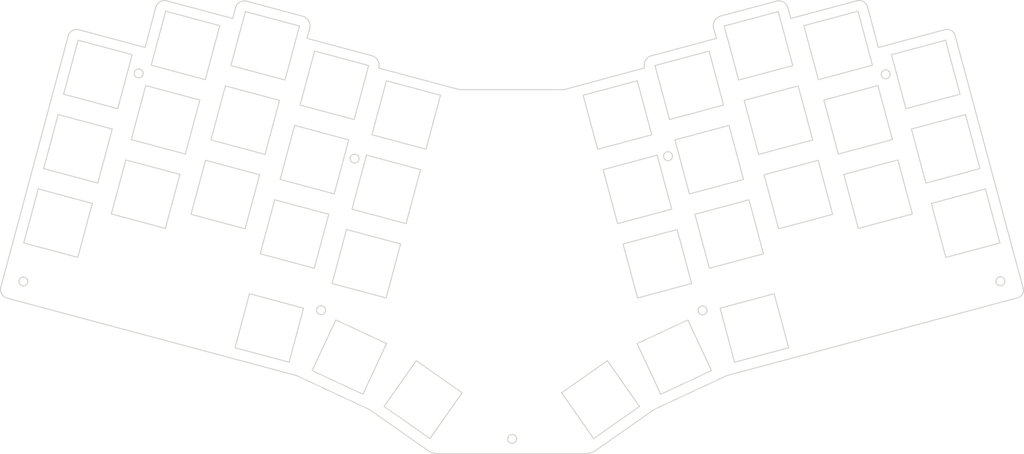
<source format=kicad_pcb>
(kicad_pcb (version 20171130) (host pcbnew "(5.1.10)-1")

  (general
    (thickness 1.6)
    (drawings 258)
    (tracks 0)
    (zones 0)
    (modules 0)
    (nets 1)
  )

  (page A4)
  (layers
    (0 F.Cu signal)
    (31 B.Cu signal)
    (32 B.Adhes user)
    (33 F.Adhes user)
    (34 B.Paste user)
    (35 F.Paste user)
    (36 B.SilkS user)
    (37 F.SilkS user)
    (38 B.Mask user)
    (39 F.Mask user)
    (40 Dwgs.User user)
    (41 Cmts.User user)
    (42 Eco1.User user)
    (43 Eco2.User user)
    (44 Edge.Cuts user)
    (45 Margin user)
    (46 B.CrtYd user)
    (47 F.CrtYd user)
    (48 B.Fab user)
    (49 F.Fab user)
  )

  (setup
    (last_trace_width 0.254)
    (trace_clearance 0.2)
    (zone_clearance 0.508)
    (zone_45_only no)
    (trace_min 0.2)
    (via_size 0.8)
    (via_drill 0.4)
    (via_min_size 0.4)
    (via_min_drill 0.3)
    (uvia_size 0.3)
    (uvia_drill 0.1)
    (uvias_allowed no)
    (uvia_min_size 0.2)
    (uvia_min_drill 0.1)
    (edge_width 0.05)
    (segment_width 0.2)
    (pcb_text_width 0.3)
    (pcb_text_size 1.5 1.5)
    (mod_edge_width 0.12)
    (mod_text_size 1 1)
    (mod_text_width 0.15)
    (pad_size 1.524 1.524)
    (pad_drill 0.762)
    (pad_to_mask_clearance 0)
    (aux_axis_origin 0 0)
    (visible_elements 7FFFFFFF)
    (pcbplotparams
      (layerselection 0x010fc_ffffffff)
      (usegerberextensions false)
      (usegerberattributes true)
      (usegerberadvancedattributes true)
      (creategerberjobfile true)
      (excludeedgelayer true)
      (linewidth 0.100000)
      (plotframeref false)
      (viasonmask false)
      (mode 1)
      (useauxorigin false)
      (hpglpennumber 1)
      (hpglpenspeed 20)
      (hpglpendiameter 15.000000)
      (psnegative false)
      (psa4output false)
      (plotreference true)
      (plotvalue true)
      (plotinvisibletext false)
      (padsonsilk false)
      (subtractmaskfromsilk false)
      (outputformat 1)
      (mirror false)
      (drillshape 0)
      (scaleselection 1)
      (outputdirectory "gerbers/"))
  )

  (net 0 "")

  (net_class Default "This is the default net class."
    (clearance 0.2)
    (trace_width 0.254)
    (via_dia 0.8)
    (via_drill 0.4)
    (uvia_dia 0.3)
    (uvia_drill 0.1)
  )

  (net_class Power ""
    (clearance 0.2)
    (trace_width 0.381)
    (via_dia 0.8)
    (via_drill 0.4)
    (uvia_dia 0.3)
    (uvia_drill 0.1)
  )

  (gr_line (start 214.834185 96.613047) (end 211.262945 83.283127) (layer Edge.Cuts) (width 0.25))
  (gr_line (start 219.675425 61.357847) (end 223.246665 74.687767) (layer Edge.Cuts) (width 0.25))
  (gr_line (start 239.322325 61.271487) (end 225.992405 64.842727) (layer Edge.Cuts) (width 0.25))
  (gr_line (start 45.662565 90.349407) (end 32.332645 86.778167) (layer Edge.Cuts) (width 0.25))
  (gr_line (start 256.068545 103.681867) (end 269.398465 100.110627) (layer Edge.Cuts) (width 0.25))
  (gr_line (start 67.250025 83.191687) (end 63.676245 96.521607) (layer Edge.Cuts) (width 0.25))
  (gr_line (start 180.071745 113.692007) (end 193.399125 110.120767) (layer Edge.Cuts) (width 0.25))
  (gr_line (start 207.534225 89.457867) (end 194.204305 93.029107) (layer Edge.Cuts) (width 0.25))
  (gr_line (start 229.563645 78.172647) (end 242.893565 74.601407) (layer Edge.Cuts) (width 0.25))
  (gr_line (start 265.827224 86.780707) (end 252.497305 90.351947) (layer Edge.Cuts) (width 0.25))
  (gr_line (start 239.322325 61.271487) (end 242.893565 74.601407) (layer Edge.Cuts) (width 0.25))
  (gr_line (start 251.151105 85.327827) (end 264.481024 81.756587) (layer Edge.Cuts) (width 0.25))
  (gr_line (start 28.758865 100.108087) (end 32.332645 86.778167) (layer Edge.Cuts) (width 0.25))
  (gr_line (start 180.071745 113.692007) (end 176.497965 100.362087) (layer Edge.Cuts) (width 0.25))
  (gr_line (start 244.239765 79.622987) (end 230.909845 83.194227) (layer Edge.Cuts) (width 0.25))
  (gr_line (start 234.481085 96.524147) (end 230.909845 83.194227) (layer Edge.Cuts) (width 0.25))
  (gr_line (start 69.993224 93.039267) (end 83.323145 96.610507) (layer Edge.Cuts) (width 0.25))
  (gr_line (start 251.151105 85.327827) (end 247.579865 71.997907) (layer Edge.Cuts) (width 0.25))
  (gr_line (start 45.662565 90.349407) (end 42.088785 103.679327) (layer Edge.Cuts) (width 0.25))
  (gr_line (start 229.563645 78.172647) (end 225.992405 64.842727) (layer Edge.Cuts) (width 0.25))
  (gr_line (start 260.909784 68.426667) (end 264.481024 81.756587) (layer Edge.Cuts) (width 0.25))
  (gr_line (start 224.592865 79.711887) (end 211.262945 83.283127) (layer Edge.Cuts) (width 0.25))
  (gr_line (start 50.348865 92.950367) (end 63.676245 96.521607) (layer Edge.Cuts) (width 0.25))
  (gr_line (start 121.659365 100.359547) (end 118.088125 113.689467) (layer Edge.Cuts) (width 0.25))
  (gr_line (start 234.481085 96.524147) (end 247.811005 92.952907) (layer Edge.Cuts) (width 0.25))
  (gr_line (start 189.827885 96.790847) (end 193.399125 110.120767) (layer Edge.Cuts) (width 0.25))
  (gr_line (start 104.758205 110.118227) (end 108.329445 96.788307) (layer Edge.Cuts) (width 0.25))
  (gr_line (start 209.916745 78.259007) (end 223.246665 74.687767) (layer Edge.Cuts) (width 0.25))
  (gr_line (start 219.675425 61.357847) (end 206.345505 64.931627) (layer Edge.Cuts) (width 0.25))
  (gr_line (start 67.250025 83.191687) (end 53.920105 79.620447) (layer Edge.Cuts) (width 0.25))
  (gr_line (start 50.348865 92.950367) (end 53.920105 79.620447) (layer Edge.Cuts) (width 0.25))
  (gr_line (start 197.775545 106.359027) (end 211.105465 102.787787) (layer Edge.Cuts) (width 0.25))
  (gr_line (start 86.896925 83.280587) (end 83.323145 96.610507) (layer Edge.Cuts) (width 0.25))
  (gr_line (start 207.534225 89.457867) (end 211.105465 102.787787) (layer Edge.Cuts) (width 0.25))
  (gr_line (start 121.659365 100.359547) (end 108.329445 96.788307) (layer Edge.Cuts) (width 0.25))
  (gr_line (start 224.592865 79.711887) (end 228.164105 93.041807) (layer Edge.Cuts) (width 0.25))
  (gr_line (start 260.909784 68.426667) (end 247.579865 71.997907) (layer Edge.Cuts) (width 0.25))
  (gr_line (start 104.758205 110.118227) (end 118.088125 113.689467) (layer Edge.Cuts) (width 0.25))
  (gr_line (start 197.775545 106.359027) (end 194.204305 93.029107) (layer Edge.Cuts) (width 0.25))
  (gr_line (start 28.758865 100.108087) (end 42.088785 103.679327) (layer Edge.Cuts) (width 0.25))
  (gr_line (start 189.827885 96.790847) (end 176.497965 100.362087) (layer Edge.Cuts) (width 0.25))
  (gr_line (start 86.896925 83.280587) (end 73.567005 79.709347) (layer Edge.Cuts) (width 0.25))
  (gr_line (start 69.993224 93.039267) (end 73.567005 79.709347) (layer Edge.Cuts) (width 0.25))
  (gr_line (start 214.834185 96.613047) (end 228.164105 93.041807) (layer Edge.Cuts) (width 0.25))
  (gr_line (start 244.239765 79.622987) (end 247.811005 92.952907) (layer Edge.Cuts) (width 0.25))
  (gr_line (start 209.916745 78.259007) (end 206.345505 64.931627) (layer Edge.Cuts) (width 0.25))
  (gr_line (start 234.404885 42.917447) (end 221.074965 46.488687) (layer Edge.Cuts) (width 0.25))
  (gr_line (start 202.616785 71.106367) (end 206.188025 84.436287) (layer Edge.Cuts) (width 0.25))
  (gr_line (start 50.580005 71.997907) (end 47.006225 85.325287) (layer Edge.Cuts) (width 0.25))
  (gr_line (start 224.646205 59.818607) (end 221.074965 46.488687) (layer Edge.Cuts) (width 0.25))
  (gr_line (start 74.910665 74.685227) (end 78.484445 61.355307) (layer Edge.Cuts) (width 0.25))
  (gr_line (start 202.616785 71.106367) (end 189.286865 74.677607) (layer Edge.Cuts) (width 0.25))
  (gr_line (start 184.910445 78.439347) (end 171.580525 82.010587) (layer Edge.Cuts) (width 0.25))
  (gr_line (start 33.676305 81.754047) (end 47.006225 85.325287) (layer Edge.Cuts) (width 0.25))
  (gr_line (start 74.910665 74.685227) (end 88.240585 78.259007) (layer Edge.Cuts) (width 0.25))
  (gr_line (start 214.757985 43.006347) (end 218.329225 56.336267) (layer Edge.Cuts) (width 0.25))
  (gr_line (start 192.858105 88.007527) (end 189.286865 74.677607) (layer Edge.Cuts) (width 0.25))
  (gr_line (start 96.731805 46.575047) (end 93.158025 59.904967) (layer Edge.Cuts) (width 0.25))
  (gr_line (start 246.233665 66.976327) (end 259.563584 63.405087) (layer Edge.Cuts) (width 0.25))
  (gr_line (start 175.151765 95.340507) (end 188.481685 91.769267) (layer Edge.Cuts) (width 0.25))
  (gr_line (start 55.266305 74.598867) (end 68.596225 78.170107) (layer Edge.Cuts) (width 0.25))
  (gr_line (start 131.494244 63.654007) (end 118.164325 60.082767) (layer Edge.Cuts) (width 0.25))
  (gr_line (start 175.151765 95.340507) (end 171.580525 82.010587) (layer Edge.Cuts) (width 0.25))
  (gr_line (start 114.593085 73.412687) (end 118.164325 60.082767) (layer Edge.Cuts) (width 0.25))
  (gr_line (start 234.404885 42.917447) (end 237.976125 56.247367) (layer Edge.Cuts) (width 0.25))
  (gr_line (start 255.992345 50.075167) (end 259.563584 63.405087) (layer Edge.Cuts) (width 0.25))
  (gr_line (start 109.675645 91.766727) (end 123.005565 95.337967) (layer Edge.Cuts) (width 0.25))
  (gr_line (start 55.266305 74.598867) (end 58.837545 61.268947) (layer Edge.Cuts) (width 0.25))
  (gr_line (start 179.993005 60.085307) (end 166.663085 63.656547) (layer Edge.Cuts) (width 0.25))
  (gr_line (start 184.910445 78.439347) (end 188.481685 91.769267) (layer Edge.Cuts) (width 0.25))
  (gr_line (start 170.234325 76.986467) (end 166.663085 63.656547) (layer Edge.Cuts) (width 0.25))
  (gr_line (start 91.814365 64.929087) (end 78.484445 61.355307) (layer Edge.Cuts) (width 0.25))
  (gr_line (start 192.858105 88.007527) (end 206.188025 84.436287) (layer Edge.Cuts) (width 0.25))
  (gr_line (start 246.233665 66.976327) (end 242.662425 53.646407) (layer Edge.Cuts) (width 0.25))
  (gr_line (start 126.576805 82.008047) (end 113.246885 78.436807) (layer Edge.Cuts) (width 0.25))
  (gr_line (start 50.580005 71.997907) (end 37.250085 68.424127) (layer Edge.Cuts) (width 0.25))
  (gr_line (start 72.167465 64.840187) (end 58.837545 61.268947) (layer Edge.Cuts) (width 0.25))
  (gr_line (start 91.814365 64.929087) (end 88.240585 78.259007) (layer Edge.Cuts) (width 0.25))
  (gr_line (start 255.992345 50.075167) (end 242.662425 53.646407) (layer Edge.Cuts) (width 0.25))
  (gr_line (start 79.830645 56.333727) (end 83.401885 43.003807) (layer Edge.Cuts) (width 0.25))
  (gr_line (start 131.494244 63.654007) (end 127.923005 76.983927) (layer Edge.Cuts) (width 0.25))
  (gr_line (start 170.234325 76.986467) (end 183.564245 73.415227) (layer Edge.Cuts) (width 0.25))
  (gr_line (start 204.999305 59.907507) (end 218.329225 56.336267) (layer Edge.Cuts) (width 0.25))
  (gr_line (start 72.167465 64.840187) (end 68.596225 78.170107) (layer Edge.Cuts) (width 0.25))
  (gr_line (start 109.675645 91.766727) (end 113.246885 78.436807) (layer Edge.Cuts) (width 0.25))
  (gr_line (start 126.576805 82.008047) (end 123.005565 95.337967) (layer Edge.Cuts) (width 0.25))
  (gr_line (start 114.593085 73.412687) (end 127.923005 76.983927) (layer Edge.Cuts) (width 0.25))
  (gr_line (start 179.993005 60.085307) (end 183.564245 73.415227) (layer Edge.Cuts) (width 0.25))
  (gr_line (start 214.757985 43.006347) (end 201.428065 46.577587) (layer Edge.Cuts) (width 0.25))
  (gr_line (start 204.999305 59.907507) (end 201.428065 46.577587) (layer Edge.Cuts) (width 0.25))
  (gr_line (start 224.646205 59.818607) (end 237.976125 56.247367) (layer Edge.Cuts) (width 0.25))
  (gr_line (start 33.676305 81.754047) (end 37.250085 68.424127) (layer Edge.Cuts) (width 0.25))
  (gr_line (start 192.469485 119.104747) (end 198.303865 131.611707) (layer Edge.Cuts) (width 0.25))
  (gr_line (start 265.827224 86.780707) (end 269.398465 100.110627) (layer Edge.Cuts) (width 0.25))
  (gr_line (start 103.955565 93.029107) (end 100.381785 106.356487) (layer Edge.Cuts) (width 0.25))
  (gr_line (start 117.602985 140.466147) (end 128.905985 148.380787) (layer Edge.Cuts) (width 0.25))
  (gr_line (start 117.602985 140.466147) (end 125.517625 129.160607) (layer Edge.Cuts) (width 0.25))
  (gr_line (start 113.790445 56.323567) (end 100.460525 52.749787) (layer Edge.Cuts) (width 0.25))
  (gr_line (start 136.820624 137.077787) (end 128.905985 148.380787) (layer Edge.Cuts) (width 0.25))
  (gr_line (start 185.796905 137.443547) (end 198.303865 131.611707) (layer Edge.Cuts) (width 0.25))
  (gr_line (start 187.940665 69.653487) (end 184.369425 56.326107) (layer Edge.Cuts) (width 0.25))
  (gr_line (start 96.886745 66.079707) (end 110.216665 69.653487) (layer Edge.Cuts) (width 0.25))
  (gr_line (start 185.796905 137.443547) (end 179.962525 124.936587) (layer Edge.Cuts) (width 0.25))
  (gr_line (start 113.790445 56.323567) (end 110.216665 69.653487) (layer Edge.Cuts) (width 0.25))
  (gr_line (start 197.699345 52.752327) (end 184.369425 56.326107) (layer Edge.Cuts) (width 0.25))
  (gr_line (start 118.194805 124.934047) (end 112.362965 137.441007) (layer Edge.Cuts) (width 0.25))
  (gr_line (start 80.841565 125.967827) (end 84.412805 112.637907) (layer Edge.Cuts) (width 0.25))
  (gr_line (start 87.051865 102.785247) (end 100.381785 106.356487) (layer Edge.Cuts) (width 0.25))
  (gr_line (start 87.051865 102.785247) (end 90.625645 89.455327) (layer Edge.Cuts) (width 0.25))
  (gr_line (start 256.068545 103.681867) (end 252.497305 90.351947) (layer Edge.Cuts) (width 0.25))
  (gr_line (start 172.642245 129.163147) (end 161.336705 137.080327) (layer Edge.Cuts) (width 0.25))
  (gr_line (start 203.988385 129.541607) (end 200.417145 116.211687) (layer Edge.Cuts) (width 0.25))
  (gr_line (start 99.856005 131.609167) (end 105.687845 119.102207) (layer Edge.Cuts) (width 0.25))
  (gr_line (start 172.642245 129.163147) (end 180.556885 140.468687) (layer Edge.Cuts) (width 0.25))
  (gr_line (start 97.742725 116.209147) (end 84.412805 112.637907) (layer Edge.Cuts) (width 0.25))
  (gr_line (start 108.873005 74.675067) (end 95.543085 71.103827) (layer Edge.Cuts) (width 0.25))
  (gr_line (start 169.251345 148.383327) (end 180.556885 140.468687) (layer Edge.Cuts) (width 0.25))
  (gr_line (start 203.988385 129.541607) (end 217.318305 125.970367) (layer Edge.Cuts) (width 0.25))
  (gr_line (start 80.841565 125.967827) (end 94.171485 129.539067) (layer Edge.Cuts) (width 0.25))
  (gr_line (start 97.742725 116.209147) (end 94.171485 129.539067) (layer Edge.Cuts) (width 0.25))
  (gr_line (start 91.969305 84.433747) (end 105.299225 88.004987) (layer Edge.Cuts) (width 0.25))
  (gr_line (start 136.820624 137.077787) (end 125.517625 129.160607) (layer Edge.Cuts) (width 0.25))
  (gr_line (start 169.251345 148.383327) (end 161.336705 137.080327) (layer Edge.Cuts) (width 0.25))
  (gr_line (start 192.469485 119.104747) (end 179.962525 124.936587) (layer Edge.Cuts) (width 0.25))
  (gr_line (start 197.699345 52.752327) (end 201.270585 66.082247) (layer Edge.Cuts) (width 0.25))
  (gr_line (start 213.747065 112.640447) (end 200.417145 116.211687) (layer Edge.Cuts) (width 0.25))
  (gr_line (start 213.747065 112.640447) (end 217.318305 125.970367) (layer Edge.Cuts) (width 0.25))
  (gr_line (start 187.940665 69.653487) (end 201.270585 66.082247) (layer Edge.Cuts) (width 0.25))
  (gr_line (start 118.194805 124.934047) (end 105.687845 119.102207) (layer Edge.Cuts) (width 0.25))
  (gr_line (start 108.873005 74.675067) (end 105.299225 88.004987) (layer Edge.Cuts) (width 0.25))
  (gr_line (start 99.856005 131.609167) (end 112.362965 137.441007) (layer Edge.Cuts) (width 0.25))
  (gr_line (start 91.969305 84.433747) (end 95.543085 71.103827) (layer Edge.Cuts) (width 0.25))
  (gr_line (start 96.886745 66.079707) (end 100.460525 52.749787) (layer Edge.Cuts) (width 0.25))
  (gr_line (start 103.955565 93.029107) (end 90.625645 89.455327) (layer Edge.Cuts) (width 0.25))
  (gr_curve (pts (xy 234.108939 40.351724) (xy 234.671022 40.201117) (xy 235.269941 40.280563) (xy 235.77332 40.572503)) (layer Edge.Cuts) (width 0.25))
  (gr_curve (pts (xy 216.061888 40.676163) (xy 216.602311 40.990551) (xy 216.99498 41.507547) (xy 217.152824 42.112511)) (layer Edge.Cuts) (width 0.25))
  (gr_curve (pts (xy 235.77332 40.572503) (xy 236.276699 40.864441) (xy 236.643085 41.344836) (xy 236.791497 41.907501)) (layer Edge.Cuts) (width 0.25))
  (gr_line (start 239.418842 51.868407) (end 255.863044 47.462251) (layer Edge.Cuts) (width 0.25))
  (gr_line (start 183.491652 53.9142) (end 199.525608 49.617967) (layer Edge.Cuts) (width 0.25))
  (gr_line (start 23.108406 111.042162) (end 25.416225 102.43473) (layer Edge.Cuts) (width 0.25))
  (gr_line (start 184.184008 141.19259) (end 169.799083 151.264845) (layer Edge.Cuts) (width 0.25))
  (gr_line (start 217.152824 42.112511) (end 217.83139 44.713227) (layer Edge.Cuts) (width 0.25))
  (gr_line (start 269.515305 108.461426) (end 269.515305 108.461426) (layer Edge.Cuts) (width 0.25))
  (gr_line (start 128.299898 151.26211) (end 113.917445 141.189946) (layer Edge.Cuts) (width 0.25))
  (gr_curve (pts (xy 273.784791 113.63154) (xy 264.5795 116.097631) (xy 223.689506 127.052361) (xy 202.10117 132.83599)) (layer Edge.Cuts) (width 0.25))
  (gr_line (start 161.946308 62.274787) (end 181.791328 56.905227) (layer Edge.Cuts) (width 0.25))
  (gr_curve (pts (xy 150.264801 148.460797) (xy 150.264801 148.169252) (xy 150.148986 147.889649) (xy 149.942832 147.683495)) (layer Edge.Cuts) (width 0.25))
  (gr_line (start 261.768304 61.594067) (end 272.423605 101.28157) (layer Edge.Cuts) (width 0.25))
  (gr_line (start 98.573305 49.615427) (end 114.559222 53.898196) (layer Edge.Cuts) (width 0.25))
  (gr_line (start 42.363453 47.493822) (end 58.682605 51.865867) (layer Edge.Cuts) (width 0.25))
  (gr_curve (pts (xy 214.274036 40.437793) (xy 214.87795 40.275977) (xy 215.521466 40.361775) (xy 216.061888 40.676163)) (layer Edge.Cuts) (width 0.25))
  (gr_line (start 116.279645 56.948407) (end 136.147528 62.269707) (layer Edge.Cuts) (width 0.25))
  (gr_line (start 99.243715 47.211329) (end 98.573305 49.615427) (layer Edge.Cuts) (width 0.25))
  (gr_curve (pts (xy 116.060179 55.061899) (xy 116.383826 55.635708) (xy 116.462924 56.315625) (xy 116.279645 56.948407)) (layer Edge.Cuts) (width 0.25))
  (gr_curve (pts (xy 114.559222 53.898196) (xy 115.19557 54.06868) (xy 115.736531 54.488091) (xy 116.060179 55.061899)) (layer Edge.Cuts) (width 0.25))
  (gr_curve (pts (xy 24.65754 113.72552) (xy 24.096235 113.575179) (xy 23.61766 113.207983) (xy 23.32713 112.704736)) (layer Edge.Cuts) (width 0.25))
  (gr_line (start 83.74162 40.463528) (end 97.495949 44.148435) (layer Edge.Cuts) (width 0.25))
  (gr_line (start 58.682605 51.865867) (end 61.294523 41.963474) (layer Edge.Cuts) (width 0.25))
  (gr_line (start 36.686202 60.344387) (end 39.721947 49.018808) (layer Edge.Cuts) (width 0.25))
  (gr_curve (pts (xy 131.011025 152.117127) (xy 130.040992 152.117062) (xy 129.094465 151.818552) (xy 128.299898 151.26211)) (layer Edge.Cuts) (width 0.25))
  (gr_line (start 113.917445 141.189946) (end 95.997745 132.833346) (layer Edge.Cuts) (width 0.25))
  (gr_line (start 200.558852 44.112719) (end 214.274036 40.437793) (layer Edge.Cuts) (width 0.25))
  (gr_line (start 136.147528 62.269707) (end 161.946308 62.274787) (layer Edge.Cuts) (width 0.25))
  (gr_curve (pts (xy 99.008754 45.315296) (xy 99.337038 45.890602) (xy 99.421639 46.573293) (xy 99.243715 47.211329)) (layer Edge.Cuts) (width 0.25))
  (gr_curve (pts (xy 97.495949 44.148435) (xy 98.135764 44.319847) (xy 98.68047 44.739991) (xy 99.008754 45.315296)) (layer Edge.Cuts) (width 0.25))
  (gr_curve (pts (xy 169.799083 151.264845) (xy 169.004477 151.821225) (xy 168.057919 152.119634) (xy 167.08789 152.119568)) (layer Edge.Cuts) (width 0.25))
  (gr_curve (pts (xy 181.791328 56.905225) (xy 181.615654 56.282992) (xy 181.696634 55.616312) (xy 182.016164 55.05423)) (layer Edge.Cuts) (width 0.25))
  (gr_curve (pts (xy 199.060006 45.270399) (xy 199.384731 44.699619) (xy 199.924541 44.28268) (xy 200.558852 44.112719)) (layer Edge.Cuts) (width 0.25))
  (gr_line (start 80.270065 44.710687) (end 80.940912 42.099863) (layer Edge.Cuts) (width 0.25))
  (gr_curve (pts (xy 148.388229 149.238099) (xy 148.702618 149.552488) (xy 149.175434 149.646537) (xy 149.586203 149.476391)) (layer Edge.Cuts) (width 0.25))
  (gr_line (start 25.416225 102.43473) (end 36.686202 60.344387) (layer Edge.Cuts) (width 0.25))
  (gr_line (start 258.345426 48.893067) (end 261.768304 61.594067) (layer Edge.Cuts) (width 0.25))
  (gr_curve (pts (xy 182.016164 55.05423) (xy 182.335694 54.492148) (xy 182.867125 54.081539) (xy 183.491652 53.9142)) (layer Edge.Cuts) (width 0.25))
  (gr_line (start 236.791497 41.907501) (end 239.418842 51.868407) (layer Edge.Cuts) (width 0.25))
  (gr_curve (pts (xy 198.830702 47.150341) (xy 198.652696 46.518241) (xy 198.73528 45.841179) (xy 199.060006 45.270399)) (layer Edge.Cuts) (width 0.25))
  (gr_curve (pts (xy 149.942832 147.683495) (xy 149.736679 147.477342) (xy 149.457075 147.361526) (xy 149.16553 147.361526)) (layer Edge.Cuts) (width 0.25))
  (gr_curve (pts (xy 80.940912 42.099863) (xy 81.092538 41.50976) (xy 81.473846 41.004796) (xy 81.99991 40.697439)) (layer Edge.Cuts) (width 0.25))
  (gr_line (start 272.423605 101.28157) (end 275.144123 111.258923) (layer Edge.Cuts) (width 0.25))
  (gr_curve (pts (xy 62.340745 40.591705) (xy 62.857988 40.291725) (xy 63.473405 40.210091) (xy 64.050969 40.364846)) (layer Edge.Cuts) (width 0.25))
  (gr_curve (pts (xy 39.721947 49.018808) (xy 40.03033 47.868312) (xy 41.212919 47.185583) (xy 42.363453 47.493822)) (layer Edge.Cuts) (width 0.25))
  (gr_curve (pts (xy 255.863044 47.462251) (xy 256.94353 47.172734) (xy 258.054352 47.812999) (xy 258.345426 48.893067)) (layer Edge.Cuts) (width 0.25))
  (gr_line (start 149.16553 147.361526) (end 149.16553 147.361526) (layer Edge.Cuts) (width 0.25))
  (gr_line (start 217.83139 44.713227) (end 234.108939 40.351724) (layer Edge.Cuts) (width 0.25))
  (gr_line (start 181.791328 56.905227) (end 181.791328 56.905225) (layer Edge.Cuts) (width 0.25))
  (gr_line (start 199.525608 49.617967) (end 198.830702 47.150341) (layer Edge.Cuts) (width 0.25))
  (gr_line (start 64.050969 40.364846) (end 80.270065 44.710687) (layer Edge.Cuts) (width 0.25))
  (gr_curve (pts (xy 81.99991 40.697439) (xy 82.525974 40.390083) (xy 83.153103 40.305859) (xy 83.74162 40.463528)) (layer Edge.Cuts) (width 0.25))
  (gr_curve (pts (xy 61.294523 41.963474) (xy 61.447023 41.385311) (xy 61.823501 40.891686) (xy 62.340745 40.591705)) (layer Edge.Cuts) (width 0.25))
  (gr_line (start 95.997745 132.833346) (end 24.65754 113.72552) (layer Edge.Cuts) (width 0.25))
  (gr_curve (pts (xy 23.32713 112.704736) (xy 23.036599 112.201489) (xy 22.95792 111.603428) (xy 23.108406 111.042162)) (layer Edge.Cuts) (width 0.25))
  (gr_line (start 167.08789 152.119568) (end 131.011025 152.117127) (layer Edge.Cuts) (width 0.25))
  (gr_curve (pts (xy 275.144123 111.258923) (xy 275.425987 112.29266) (xy 274.817377 113.354906) (xy 273.784791 113.63154)) (layer Edge.Cuts) (width 0.25))
  (gr_curve (pts (xy 149.586203 149.476391) (xy 149.996973 149.306245) (xy 150.264801 148.905411) (xy 150.264801 148.460797)) (layer Edge.Cuts) (width 0.25))
  (gr_line (start 202.10117 132.83599) (end 184.184008 141.19259) (layer Edge.Cuts) (width 0.25))
  (gr_curve (pts (xy 29.774824 109.620641) (xy 29.774824 109.329096) (xy 29.659008 109.049493) (xy 29.452855 108.843339)) (layer Edge.Cuts) (width 0.25))
  (gr_curve (pts (xy 56.318057 59.048007) (xy 56.632446 59.362396) (xy 57.105262 59.456445) (xy 57.516032 59.286299)) (layer Edge.Cuts) (width 0.25))
  (gr_line (start 77.084905 46.488687) (end 73.513665 59.818607) (layer Edge.Cuts) (width 0.25))
  (gr_line (start 102.055386 115.601366) (end 102.055386 115.601366) (layer Edge.Cuts) (width 0.25))
  (gr_curve (pts (xy 186.798119 79.468109) (xy 187.112508 79.782498) (xy 187.585324 79.876547) (xy 187.996093 79.706401)) (layer Edge.Cuts) (width 0.25))
  (gr_curve (pts (xy 57.095359 57.171434) (xy 56.650745 57.171434) (xy 56.249911 57.439262) (xy 56.079765 57.850032)) (layer Edge.Cuts) (width 0.25))
  (gr_curve (pts (xy 110.315466 78.20139) (xy 109.870852 78.20139) (xy 109.470018 78.469219) (xy 109.299872 78.879988)) (layer Edge.Cuts) (width 0.25))
  (gr_curve (pts (xy 27.576282 109.620641) (xy 27.576282 110.227752) (xy 28.068442 110.719912) (xy 28.675553 110.719912)) (layer Edge.Cuts) (width 0.25))
  (gr_line (start 77.084905 46.488687) (end 63.754985 42.914907) (layer Edge.Cuts) (width 0.25))
  (gr_curve (pts (xy 102.476059 117.716231) (xy 102.886828 117.546085) (xy 103.154657 117.145251) (xy 103.154657 116.700637)) (layer Edge.Cuts) (width 0.25))
  (gr_line (start 57.095359 57.171434) (end 57.095359 57.171434) (layer Edge.Cuts) (width 0.25))
  (gr_curve (pts (xy 57.516032 59.286299) (xy 57.926801 59.116153) (xy 58.19463 58.715319) (xy 58.19463 58.270705)) (layer Edge.Cuts) (width 0.25))
  (gr_curve (pts (xy 56.079765 57.850032) (xy 55.909619 58.260802) (xy 56.003668 58.733618) (xy 56.318057 59.048007)) (layer Edge.Cuts) (width 0.25))
  (gr_curve (pts (xy 109.538164 80.077963) (xy 109.852553 80.392352) (xy 110.325369 80.486401) (xy 110.736139 80.316255)) (layer Edge.Cuts) (width 0.25))
  (gr_curve (pts (xy 148.149937 148.040124) (xy 147.97979 148.450894) (xy 148.073839 148.92371) (xy 148.388229 149.238099)) (layer Edge.Cuts) (width 0.25))
  (gr_curve (pts (xy 149.16553 147.361526) (xy 148.720917 147.361526) (xy 148.320083 147.629355) (xy 148.149937 148.040124)) (layer Edge.Cuts) (width 0.25))
  (gr_curve (pts (xy 102.832688 115.923335) (xy 102.626535 115.717182) (xy 102.346931 115.601366) (xy 102.055386 115.601366)) (layer Edge.Cuts) (width 0.25))
  (gr_curve (pts (xy 109.299872 78.879988) (xy 109.129726 79.290758) (xy 109.223775 79.763574) (xy 109.538164 80.077963)) (layer Edge.Cuts) (width 0.25))
  (gr_line (start 241.245364 57.39145) (end 241.245364 57.39145) (layer Edge.Cuts) (width 0.25))
  (gr_curve (pts (xy 270.292607 108.783395) (xy 270.086454 108.577242) (xy 269.806849 108.461426) (xy 269.515305 108.461426)) (layer Edge.Cuts) (width 0.25))
  (gr_curve (pts (xy 268.738002 110.337999) (xy 269.052391 110.652388) (xy 269.525208 110.746437) (xy 269.935978 110.576291)) (layer Edge.Cuts) (width 0.25))
  (gr_curve (pts (xy 268.49971 109.140024) (xy 268.329565 109.550794) (xy 268.423614 110.02361) (xy 268.738002 110.337999)) (layer Edge.Cuts) (width 0.25))
  (gr_curve (pts (xy 269.515305 108.461426) (xy 269.070691 108.461426) (xy 268.669857 108.729255) (xy 268.49971 109.140024)) (layer Edge.Cuts) (width 0.25))
  (gr_curve (pts (xy 110.736139 80.316255) (xy 111.146908 80.146109) (xy 111.414737 79.745275) (xy 111.414737 79.300661)) (layer Edge.Cuts) (width 0.25))
  (gr_curve (pts (xy 240.468062 59.268022) (xy 240.782451 59.582412) (xy 241.255267 59.676461) (xy 241.666037 59.506314)) (layer Edge.Cuts) (width 0.25))
  (gr_curve (pts (xy 240.22977 58.070048) (xy 240.059624 58.480817) (xy 240.153673 58.953633) (xy 240.468062 59.268022)) (layer Edge.Cuts) (width 0.25))
  (gr_curve (pts (xy 101.278084 117.477939) (xy 101.592473 117.792328) (xy 102.065289 117.886377) (xy 102.476059 117.716231)) (layer Edge.Cuts) (width 0.25))
  (gr_curve (pts (xy 29.452855 108.843339) (xy 29.246702 108.637186) (xy 28.967098 108.52137) (xy 28.675553 108.52137)) (layer Edge.Cuts) (width 0.25))
  (gr_curve (pts (xy 57.872661 57.493402) (xy 57.666508 57.28725) (xy 57.386904 57.171434) (xy 57.095359 57.171434)) (layer Edge.Cuts) (width 0.25))
  (gr_line (start 38.593745 63.402547) (end 51.923665 66.973787) (layer Edge.Cuts) (width 0.25))
  (gr_curve (pts (xy 241.245364 57.39145) (xy 240.800751 57.39145) (xy 240.399916 57.659278) (xy 240.22977 58.070048)) (layer Edge.Cuts) (width 0.25))
  (gr_line (start 28.675553 108.52137) (end 28.675553 108.52137) (layer Edge.Cuts) (width 0.25))
  (gr_line (start 60.183745 56.244827) (end 63.754985 42.914907) (layer Edge.Cuts) (width 0.25))
  (gr_line (start 187.575421 77.591536) (end 187.575421 77.591536) (layer Edge.Cuts) (width 0.25))
  (gr_curve (pts (xy 197.194865 116.750673) (xy 197.194865 116.143562) (xy 196.702705 115.651402) (xy 196.095594 115.651402)) (layer Edge.Cuts) (width 0.25))
  (gr_curve (pts (xy 188.674691 78.690807) (xy 188.674691 78.083697) (xy 188.182531 77.591536) (xy 187.575421 77.591536)) (layer Edge.Cuts) (width 0.25))
  (gr_curve (pts (xy 196.516267 117.766266) (xy 196.927036 117.59612) (xy 197.194865 117.195286) (xy 197.194865 116.750673)) (layer Edge.Cuts) (width 0.25))
  (gr_curve (pts (xy 187.575421 77.591536) (xy 187.130807 77.591536) (xy 186.729973 77.859365) (xy 186.559827 78.270134)) (layer Edge.Cuts) (width 0.25))
  (gr_curve (pts (xy 195.318292 117.527974) (xy 195.632681 117.842364) (xy 196.105497 117.936413) (xy 196.516267 117.766266)) (layer Edge.Cuts) (width 0.25))
  (gr_curve (pts (xy 28.675553 110.719912) (xy 29.282664 110.719912) (xy 29.774824 110.227752) (xy 29.774824 109.620641)) (layer Edge.Cuts) (width 0.25))
  (gr_curve (pts (xy 101.039792 116.279964) (xy 100.869646 116.690734) (xy 100.963695 117.16355) (xy 101.278084 117.477939)) (layer Edge.Cuts) (width 0.25))
  (gr_curve (pts (xy 196.095594 115.651402) (xy 195.650981 115.651402) (xy 195.250146 115.91923) (xy 195.08 116.33)) (layer Edge.Cuts) (width 0.25))
  (gr_curve (pts (xy 187.996093 79.706401) (xy 188.406863 79.536255) (xy 188.674691 79.135421) (xy 188.674691 78.690807)) (layer Edge.Cuts) (width 0.25))
  (gr_curve (pts (xy 28.675553 108.52137) (xy 28.068442 108.52137) (xy 27.576282 109.013531) (xy 27.576282 109.620641)) (layer Edge.Cuts) (width 0.25))
  (gr_line (start 96.731805 46.575047) (end 83.401885 43.003807) (layer Edge.Cuts) (width 0.25))
  (gr_line (start 110.315466 78.20139) (end 110.315466 78.20139) (layer Edge.Cuts) (width 0.25))
  (gr_line (start 79.830645 56.333727) (end 93.158025 59.904967) (layer Edge.Cuts) (width 0.25))
  (gr_curve (pts (xy 186.559827 78.270134) (xy 186.389681 78.680904) (xy 186.483729 79.15372) (xy 186.798119 79.468109)) (layer Edge.Cuts) (width 0.25))
  (gr_curve (pts (xy 111.092768 78.523359) (xy 110.886615 78.317206) (xy 110.607011 78.20139) (xy 110.315466 78.20139)) (layer Edge.Cuts) (width 0.25))
  (gr_curve (pts (xy 103.154657 116.700637) (xy 103.154657 116.409092) (xy 103.038841 116.129489) (xy 102.832688 115.923335)) (layer Edge.Cuts) (width 0.25))
  (gr_curve (pts (xy 111.414737 79.300661) (xy 111.414737 79.009116) (xy 111.298921 78.729513) (xy 111.092768 78.523359)) (layer Edge.Cuts) (width 0.25))
  (gr_curve (pts (xy 241.666037 59.506314) (xy 242.076806 59.336168) (xy 242.344635 58.935334) (xy 242.344635 58.490721)) (layer Edge.Cuts) (width 0.25))
  (gr_curve (pts (xy 58.19463 58.270705) (xy 58.19463 57.97916) (xy 58.078814 57.699557) (xy 57.872661 57.493402)) (layer Edge.Cuts) (width 0.25))
  (gr_line (start 38.593745 63.402547) (end 42.167525 50.072627) (layer Edge.Cuts) (width 0.25))
  (gr_curve (pts (xy 270.614575 109.560697) (xy 270.614575 109.269152) (xy 270.49876 108.989549) (xy 270.292607 108.783395)) (layer Edge.Cuts) (width 0.25))
  (gr_curve (pts (xy 269.935978 110.576291) (xy 270.346746 110.406145) (xy 270.614575 110.005311) (xy 270.614575 109.560697)) (layer Edge.Cuts) (width 0.25))
  (gr_curve (pts (xy 102.055386 115.601366) (xy 101.610772 115.601366) (xy 101.209938 115.869195) (xy 101.039792 116.279964)) (layer Edge.Cuts) (width 0.25))
  (gr_line (start 55.497445 53.643867) (end 42.167525 50.072627) (layer Edge.Cuts) (width 0.25))
  (gr_line (start 60.183745 56.244827) (end 73.513665 59.818607) (layer Edge.Cuts) (width 0.25))
  (gr_line (start 55.497445 53.643867) (end 51.923665 66.973787) (layer Edge.Cuts) (width 0.25))
  (gr_line (start 196.095594 115.651402) (end 196.095594 115.651402) (layer Edge.Cuts) (width 0.25))
  (gr_curve (pts (xy 242.022666 57.713419) (xy 241.816513 57.507265) (xy 241.536909 57.39145) (xy 241.245364 57.39145)) (layer Edge.Cuts) (width 0.25))
  (gr_curve (pts (xy 242.344635 58.490721) (xy 242.344635 58.199176) (xy 242.228819 57.919572) (xy 242.022666 57.713419)) (layer Edge.Cuts) (width 0.25))
  (gr_curve (pts (xy 195.08 116.33) (xy 194.909854 116.740769) (xy 195.003903 117.213585) (xy 195.318292 117.527974)) (layer Edge.Cuts) (width 0.25))

)

</source>
